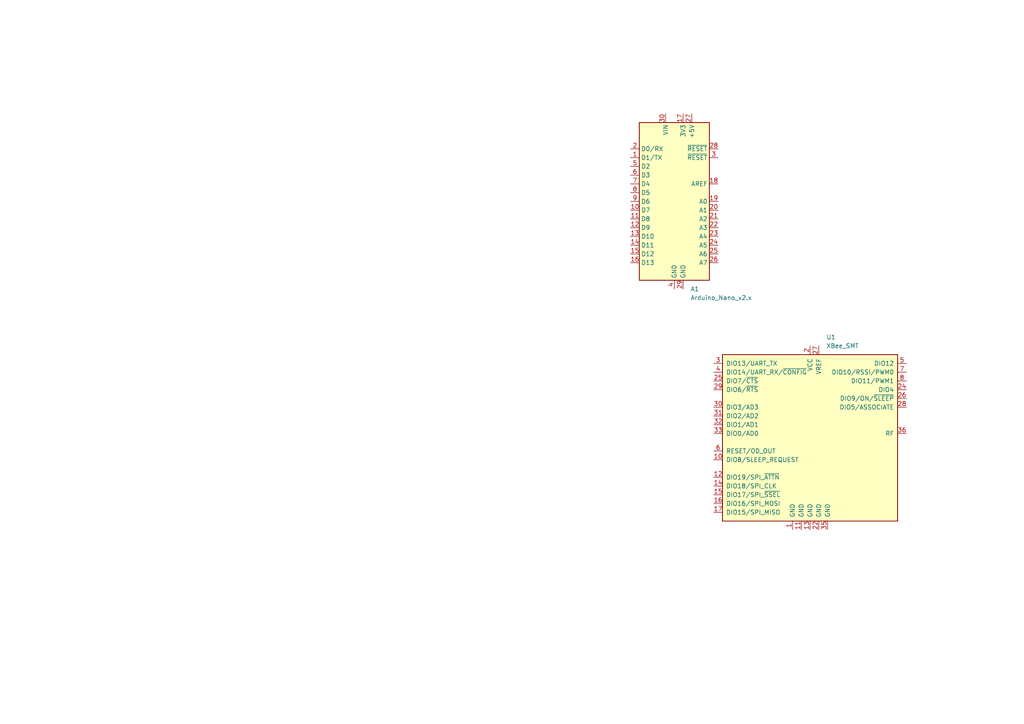
<source format=kicad_sch>
(kicad_sch (version 20250114) (generator "eeschema") (generator_version "9.0")
  (paper "A4")
  (lib_symbols
    (symbol "MCU_Module:Arduino_Nano_v2.x"
      (property "Reference" "A" (at -10.16 23.495 0))
      (property "Value" "Arduino_Nano_v2.x" (at 5.08 -24.13 0))
      (symbol "Arduino_Nano_v2.x_0_1"
        (rectangle (start -10.16 22.86) (end 10.16 -22.86) (stroke (width 0.254)) (fill (type background)))
      )
      (symbol "Arduino_Nano_v2.x_1_1"
        (pin bidirectional line (at -12.7 15.24 0) (length 2.54) (name "D0/RX") (number "2"))
        (pin bidirectional line (at -12.7 12.7 0) (length 2.54) (name "D1/TX") (number "1"))
        (pin bidirectional line (at -12.7 10.16 0) (length 2.54) (name "D2") (number "5"))
        (pin bidirectional line (at -12.7 7.62 0) (length 2.54) (name "D3") (number "6"))
        (pin bidirectional line (at -12.7 5.08 0) (length 2.54) (name "D4") (number "7"))
        (pin bidirectional line (at -12.7 2.54 0) (length 2.54) (name "D5") (number "8"))
        (pin bidirectional line (at -12.7 0 0) (length 2.54) (name "D6") (number "9"))
        (pin bidirectional line (at -12.7 -2.54 0) (length 2.54) (name "D7") (number "10"))
        (pin bidirectional line (at -12.7 -5.08 0) (length 2.54) (name "D8") (number "11"))
        (pin bidirectional line (at -12.7 -7.62 0) (length 2.54) (name "D9") (number "12"))
        (pin bidirectional line (at -12.7 -10.16 0) (length 2.54) (name "D10") (number "13"))
        (pin bidirectional line (at -12.7 -12.7 0) (length 2.54) (name "D11") (number "14"))
        (pin bidirectional line (at -12.7 -15.24 0) (length 2.54) (name "D12") (number "15"))
        (pin bidirectional line (at -12.7 -17.78 0) (length 2.54) (name "D13") (number "16"))
        (pin power_in line (at -2.54 25.4 270) (length 2.54) (name "VIN") (number "30"))
        (pin power_in line (at 0 -25.4 90) (length 2.54) (name "GND") (number "4"))
        (pin power_out line (at 2.54 25.4 270) (length 2.54) (name "3V3") (number "17"))
        (pin power_in line (at 2.54 -25.4 90) (length 2.54) (name "GND") (number "29"))
        (pin power_out line (at 5.08 25.4 270) (length 2.54) (name "+5V") (number "27"))
        (pin input line (at 12.7 15.24 180) (length 2.54) (name "~{RESET}") (number "28"))
        (pin input line (at 12.7 12.7 180) (length 2.54) (name "~{RESET}") (number "3"))
        (pin input line (at 12.7 5.08 180) (length 2.54) (name "AREF") (number "18"))
        (pin bidirectional line (at 12.7 0 180) (length 2.54) (name "A0") (number "19"))
        (pin bidirectional line (at 12.7 -2.54 180) (length 2.54) (name "A1") (number "20"))
        (pin bidirectional line (at 12.7 -5.08 180) (length 2.54) (name "A2") (number "21"))
        (pin bidirectional line (at 12.7 -7.62 180) (length 2.54) (name "A3") (number "22"))
        (pin bidirectional line (at 12.7 -10.16 180) (length 2.54) (name "A4") (number "23"))
        (pin bidirectional line (at 12.7 -12.7 180) (length 2.54) (name "A5") (number "24"))
        (pin bidirectional line (at 12.7 -15.24 180) (length 2.54) (name "A6") (number "25"))
        (pin bidirectional line (at 12.7 -17.78 180) (length 2.54) (name "A7") (number "26"))
      )
    )
    (symbol "RF_ZigBee:XBee_SMT" (pin_names (offset 1.016))
      (property "Reference" "U" (at -24.384 26.162 0))
      (property "Value" "XBee_SMT" (at -20.828 24.384 0))
      (symbol "XBee_SMT_0_1"
        (rectangle (start -25.4 22.86) (end 25.4 -25.4) (stroke (width 0.254)) (fill (type background)))
      )
      (symbol "XBee_SMT_1_1"
        (pin bidirectional line (at -27.94 20.32 0) (length 2.54) (name "DIO13/UART_TX") (number "3"))
        (pin bidirectional line (at -27.94 17.78 0) (length 2.54) (name "DIO14/UART_RX/~{CONFIG}") (number "4"))
        (pin bidirectional line (at -27.94 15.24 0) (length 2.54) (name "DIO7/~{CTS}") (number "25"))
        (pin bidirectional line (at -27.94 12.7 0) (length 2.54) (name "DIO6/~{RTS}") (number "29"))
        (pin bidirectional line (at -27.94 7.62 0) (length 2.54) (name "DIO3/AD3") (number "30"))
        (pin bidirectional line (at -27.94 5.08 0) (length 2.54) (name "DIO2/AD2") (number "31"))
        (pin bidirectional line (at -27.94 2.54 0) (length 2.54) (name "DIO1/AD1") (number "32"))
        (pin bidirectional line (at -27.94 0 0) (length 2.54) (name "DIO0/AD0") (number "33"))
        (pin bidirectional line (at -27.94 -5.08 0) (length 2.54) (name "RESET/OD_OUT") (number "6"))
        (pin bidirectional line (at -27.94 -7.62 0) (length 2.54) (name "DIO8/SLEEP_REQUEST") (number "10"))
        (pin output line (at -27.94 -12.7 0) (length 2.54) (name "DIO19/SPI_~{ATTN}") (number "12"))
        (pin input line (at -27.94 -15.24 0) (length 2.54) (name "DIO18/SPI_CLK") (number "14"))
        (pin input line (at -27.94 -17.78 0) (length 2.54) (name "DIO17/SPI_~{SSEL}") (number "15"))
        (pin input line (at -27.94 -20.32 0) (length 2.54) (name "DIO16/SPI_MOSI") (number "16"))
        (pin output line (at -27.94 -22.86 0) (length 2.54) (name "DIO15/SPI_MISO") (number "17"))
        (pin power_in line (at -5.08 -27.94 90) (length 2.54) (name "GND") (number "1"))
        (pin power_in line (at -2.54 -27.94 90) (length 2.54) (name "GND") (number "11"))
        (pin power_in line (at 0 25.4 270) (length 2.54) (name "VCC") (number "2"))
        (pin power_in line (at 0 -27.94 90) (length 2.54) (name "GND") (number "13"))
        (pin input line (at 2.54 25.4 270) (length 2.54) (name "VREF") (number "27"))
        (pin power_in line (at 2.54 -27.94 90) (length 2.54) (name "GND") (number "22"))
        (pin power_in line (at 5.08 -27.94 90) (length 2.54) (name "GND") (number "35"))
        (pin no_connect line (at 25.4 -5.08 180) (length 2.54) (hide yes) (name "NC") (number "37"))
        (pin no_connect line (at 25.4 -7.62 180) (length 2.54) (hide yes) (name "NC") (number "34"))
        (pin no_connect line (at 25.4 -10.16 180) (length 2.54) (hide yes) (name "NC") (number "23"))
        (pin no_connect line (at 25.4 -12.7 180) (length 2.54) (hide yes) (name "NC") (number "21"))
        (pin no_connect line (at 25.4 -15.24 180) (length 2.54) (hide yes) (name "NC") (number "20"))
        (pin no_connect line (at 25.4 -17.78 180) (length 2.54) (hide yes) (name "NC") (number "19"))
        (pin no_connect line (at 25.4 -20.32 180) (length 2.54) (hide yes) (name "NC") (number "18"))
        (pin no_connect line (at 25.4 -22.86 180) (length 2.54) (hide yes) (name "NC") (number "9"))
        (pin bidirectional line (at 27.94 20.32 180) (length 2.54) (name "DIO12") (number "5"))
        (pin bidirectional line (at 27.94 17.78 180) (length 2.54) (name "DIO10/RSSI/PWM0") (number "7"))
        (pin bidirectional line (at 27.94 15.24 180) (length 2.54) (name "DIO11/PWM1") (number "8"))
        (pin bidirectional line (at 27.94 12.7 180) (length 2.54) (name "DIO4") (number "24"))
        (pin bidirectional line (at 27.94 10.16 180) (length 2.54) (name "DIO9/ON/~{SLEEP}") (number "26"))
        (pin bidirectional line (at 27.94 7.62 180) (length 2.54) (name "DIO5/ASSOCIATE") (number "28"))
        (pin bidirectional line (at 27.94 0 180) (length 2.54) (name "RF") (number "36"))
      )
    )
  )
  (symbol (lib_id "MCU_Module:Arduino_Nano_v2.x") (at 195.58 58.42 0) (unit 1)
    (property "Reference" "A1" (at 200.2633 83.82 0) (effects (justify left)))
    (property "Value" "Arduino_Nano_v2.x" (at 200.2633 86.36 0) (effects (justify left)))
    (property "Footprint" "Module:Arduino_Nano" (effects (hide yes)))
    (property "Datasheet" "https://www.arduino.cc/en/uploads/Main/ArduinoNanoManual23.pdf" (effects (hide yes)))
    (property "Description" "Arduino Nano v2.x" (effects (hide yes)))
  )
  (symbol (lib_id "RF_ZigBee:XBee_SMT") (at 234.95 125.73 0) (unit 1)
    (property "Reference" "U1" (at 239.6333 97.79 0) (effects (justify left)))
    (property "Value" "XBee_SMT" (at 239.6333 100.33 0) (effects (justify left)))
    (property "Footprint" "RF_Module:Digi_XBee_SMT" (effects (hide yes)))
    (property "Datasheet" "http://www.digi.com/resources/documentation/digidocs/pdfs/90002126.pdf" (effects (hide yes)))
    (property "Description" "Digi Xbee SMT RF module" (effects (hide yes)))
  )
)
</source>
